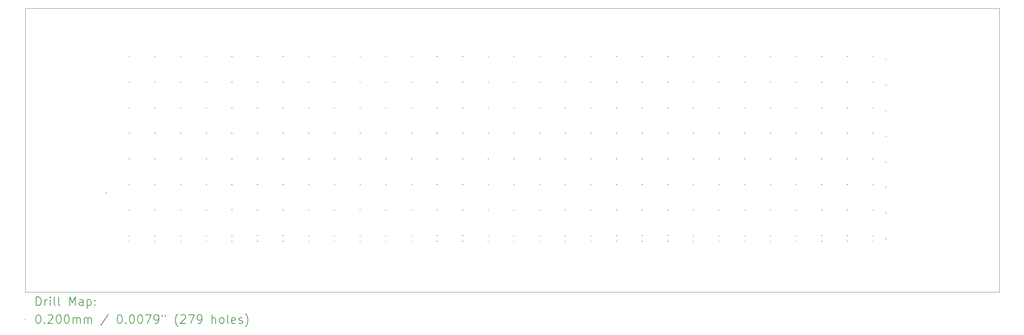
<source format=gbr>
%TF.GenerationSoftware,KiCad,Pcbnew,6.0.8+dfsg-1~bpo11+1*%
%TF.CreationDate,2023-03-24T18:51:29-04:00*%
%TF.ProjectId,06_8x15_diamond_for_trackpad,30365f38-7831-4355-9f64-69616d6f6e64,rev?*%
%TF.SameCoordinates,Original*%
%TF.FileFunction,Drillmap*%
%TF.FilePolarity,Positive*%
%FSLAX45Y45*%
G04 Gerber Fmt 4.5, Leading zero omitted, Abs format (unit mm)*
G04 Created by KiCad (PCBNEW 6.0.8+dfsg-1~bpo11+1) date 2023-03-24 18:51:29*
%MOMM*%
%LPD*%
G01*
G04 APERTURE LIST*
%ADD10C,0.100000*%
%ADD11C,0.200000*%
%ADD12C,0.020000*%
G04 APERTURE END LIST*
D10*
X4217500Y-4700000D02*
X27005000Y-4700000D01*
X27005000Y-4700000D02*
X27005000Y-11355000D01*
X27005000Y-11355000D02*
X4217500Y-11355000D01*
X4217500Y-11355000D02*
X4217500Y-4700000D01*
D11*
D12*
X6087500Y-9017500D02*
X6107500Y-9037500D01*
X6107500Y-9017500D02*
X6087500Y-9037500D01*
X6635000Y-5817500D02*
X6655000Y-5837500D01*
X6655000Y-5817500D02*
X6635000Y-5837500D01*
X6635000Y-6417500D02*
X6655000Y-6437500D01*
X6655000Y-6417500D02*
X6635000Y-6437500D01*
X6635000Y-7017500D02*
X6655000Y-7037500D01*
X6655000Y-7017500D02*
X6635000Y-7037500D01*
X6635000Y-7617500D02*
X6655000Y-7637500D01*
X6655000Y-7617500D02*
X6635000Y-7637500D01*
X6635000Y-8217500D02*
X6655000Y-8237500D01*
X6655000Y-8217500D02*
X6635000Y-8237500D01*
X6635000Y-8817500D02*
X6655000Y-8837500D01*
X6655000Y-8817500D02*
X6635000Y-8837500D01*
X6635000Y-9417500D02*
X6655000Y-9437500D01*
X6655000Y-9417500D02*
X6635000Y-9437500D01*
X6635000Y-10017500D02*
X6655000Y-10037500D01*
X6655000Y-10017500D02*
X6635000Y-10037500D01*
X6635000Y-10152500D02*
X6655000Y-10172500D01*
X6655000Y-10152500D02*
X6635000Y-10172500D01*
X7235000Y-5817500D02*
X7255000Y-5837500D01*
X7255000Y-5817500D02*
X7235000Y-5837500D01*
X7235000Y-6417500D02*
X7255000Y-6437500D01*
X7255000Y-6417500D02*
X7235000Y-6437500D01*
X7235000Y-7017500D02*
X7255000Y-7037500D01*
X7255000Y-7017500D02*
X7235000Y-7037500D01*
X7235000Y-7617500D02*
X7255000Y-7637500D01*
X7255000Y-7617500D02*
X7235000Y-7637500D01*
X7235000Y-8217500D02*
X7255000Y-8237500D01*
X7255000Y-8217500D02*
X7235000Y-8237500D01*
X7235000Y-8817500D02*
X7255000Y-8837500D01*
X7255000Y-8817500D02*
X7235000Y-8837500D01*
X7235000Y-9417500D02*
X7255000Y-9437500D01*
X7255000Y-9417500D02*
X7235000Y-9437500D01*
X7235000Y-10017500D02*
X7255000Y-10037500D01*
X7255000Y-10017500D02*
X7235000Y-10037500D01*
X7235000Y-10152500D02*
X7255000Y-10172500D01*
X7255000Y-10152500D02*
X7235000Y-10172500D01*
X7835000Y-5817500D02*
X7855000Y-5837500D01*
X7855000Y-5817500D02*
X7835000Y-5837500D01*
X7835000Y-6417500D02*
X7855000Y-6437500D01*
X7855000Y-6417500D02*
X7835000Y-6437500D01*
X7835000Y-7017500D02*
X7855000Y-7037500D01*
X7855000Y-7017500D02*
X7835000Y-7037500D01*
X7835000Y-7617500D02*
X7855000Y-7637500D01*
X7855000Y-7617500D02*
X7835000Y-7637500D01*
X7835000Y-8217500D02*
X7855000Y-8237500D01*
X7855000Y-8217500D02*
X7835000Y-8237500D01*
X7835000Y-8817500D02*
X7855000Y-8837500D01*
X7855000Y-8817500D02*
X7835000Y-8837500D01*
X7835000Y-9417500D02*
X7855000Y-9437500D01*
X7855000Y-9417500D02*
X7835000Y-9437500D01*
X7835000Y-10017500D02*
X7855000Y-10037500D01*
X7855000Y-10017500D02*
X7835000Y-10037500D01*
X7835000Y-10152500D02*
X7855000Y-10172500D01*
X7855000Y-10152500D02*
X7835000Y-10172500D01*
X8435000Y-5817500D02*
X8455000Y-5837500D01*
X8455000Y-5817500D02*
X8435000Y-5837500D01*
X8435000Y-6417500D02*
X8455000Y-6437500D01*
X8455000Y-6417500D02*
X8435000Y-6437500D01*
X8435000Y-7017500D02*
X8455000Y-7037500D01*
X8455000Y-7017500D02*
X8435000Y-7037500D01*
X8435000Y-7617500D02*
X8455000Y-7637500D01*
X8455000Y-7617500D02*
X8435000Y-7637500D01*
X8435000Y-8217500D02*
X8455000Y-8237500D01*
X8455000Y-8217500D02*
X8435000Y-8237500D01*
X8435000Y-8817500D02*
X8455000Y-8837500D01*
X8455000Y-8817500D02*
X8435000Y-8837500D01*
X8435000Y-9417500D02*
X8455000Y-9437500D01*
X8455000Y-9417500D02*
X8435000Y-9437500D01*
X8435000Y-10017500D02*
X8455000Y-10037500D01*
X8455000Y-10017500D02*
X8435000Y-10037500D01*
X8435000Y-10152500D02*
X8455000Y-10172500D01*
X8455000Y-10152500D02*
X8435000Y-10172500D01*
X9035000Y-5817500D02*
X9055000Y-5837500D01*
X9055000Y-5817500D02*
X9035000Y-5837500D01*
X9035000Y-6417500D02*
X9055000Y-6437500D01*
X9055000Y-6417500D02*
X9035000Y-6437500D01*
X9035000Y-7017500D02*
X9055000Y-7037500D01*
X9055000Y-7017500D02*
X9035000Y-7037500D01*
X9035000Y-7617500D02*
X9055000Y-7637500D01*
X9055000Y-7617500D02*
X9035000Y-7637500D01*
X9035000Y-8217500D02*
X9055000Y-8237500D01*
X9055000Y-8217500D02*
X9035000Y-8237500D01*
X9035000Y-8817500D02*
X9055000Y-8837500D01*
X9055000Y-8817500D02*
X9035000Y-8837500D01*
X9035000Y-9417500D02*
X9055000Y-9437500D01*
X9055000Y-9417500D02*
X9035000Y-9437500D01*
X9035000Y-10017500D02*
X9055000Y-10037500D01*
X9055000Y-10017500D02*
X9035000Y-10037500D01*
X9035000Y-10152500D02*
X9055000Y-10172500D01*
X9055000Y-10152500D02*
X9035000Y-10172500D01*
X9635000Y-5817500D02*
X9655000Y-5837500D01*
X9655000Y-5817500D02*
X9635000Y-5837500D01*
X9635000Y-6417500D02*
X9655000Y-6437500D01*
X9655000Y-6417500D02*
X9635000Y-6437500D01*
X9635000Y-7017500D02*
X9655000Y-7037500D01*
X9655000Y-7017500D02*
X9635000Y-7037500D01*
X9635000Y-7617500D02*
X9655000Y-7637500D01*
X9655000Y-7617500D02*
X9635000Y-7637500D01*
X9635000Y-8217500D02*
X9655000Y-8237500D01*
X9655000Y-8217500D02*
X9635000Y-8237500D01*
X9635000Y-8817500D02*
X9655000Y-8837500D01*
X9655000Y-8817500D02*
X9635000Y-8837500D01*
X9635000Y-9417500D02*
X9655000Y-9437500D01*
X9655000Y-9417500D02*
X9635000Y-9437500D01*
X9635000Y-10017500D02*
X9655000Y-10037500D01*
X9655000Y-10017500D02*
X9635000Y-10037500D01*
X9635000Y-10152500D02*
X9655000Y-10172500D01*
X9655000Y-10152500D02*
X9635000Y-10172500D01*
X10235000Y-5817500D02*
X10255000Y-5837500D01*
X10255000Y-5817500D02*
X10235000Y-5837500D01*
X10235000Y-6417500D02*
X10255000Y-6437500D01*
X10255000Y-6417500D02*
X10235000Y-6437500D01*
X10235000Y-7017500D02*
X10255000Y-7037500D01*
X10255000Y-7017500D02*
X10235000Y-7037500D01*
X10235000Y-7617500D02*
X10255000Y-7637500D01*
X10255000Y-7617500D02*
X10235000Y-7637500D01*
X10235000Y-8217500D02*
X10255000Y-8237500D01*
X10255000Y-8217500D02*
X10235000Y-8237500D01*
X10235000Y-8817500D02*
X10255000Y-8837500D01*
X10255000Y-8817500D02*
X10235000Y-8837500D01*
X10235000Y-9417500D02*
X10255000Y-9437500D01*
X10255000Y-9417500D02*
X10235000Y-9437500D01*
X10235000Y-10017500D02*
X10255000Y-10037500D01*
X10255000Y-10017500D02*
X10235000Y-10037500D01*
X10235000Y-10152500D02*
X10255000Y-10172500D01*
X10255000Y-10152500D02*
X10235000Y-10172500D01*
X10835000Y-5817500D02*
X10855000Y-5837500D01*
X10855000Y-5817500D02*
X10835000Y-5837500D01*
X10835000Y-6417500D02*
X10855000Y-6437500D01*
X10855000Y-6417500D02*
X10835000Y-6437500D01*
X10835000Y-7017500D02*
X10855000Y-7037500D01*
X10855000Y-7017500D02*
X10835000Y-7037500D01*
X10835000Y-7617500D02*
X10855000Y-7637500D01*
X10855000Y-7617500D02*
X10835000Y-7637500D01*
X10835000Y-8217500D02*
X10855000Y-8237500D01*
X10855000Y-8217500D02*
X10835000Y-8237500D01*
X10835000Y-8817500D02*
X10855000Y-8837500D01*
X10855000Y-8817500D02*
X10835000Y-8837500D01*
X10835000Y-9417500D02*
X10855000Y-9437500D01*
X10855000Y-9417500D02*
X10835000Y-9437500D01*
X10835000Y-10017500D02*
X10855000Y-10037500D01*
X10855000Y-10017500D02*
X10835000Y-10037500D01*
X10835000Y-10152500D02*
X10855000Y-10172500D01*
X10855000Y-10152500D02*
X10835000Y-10172500D01*
X11435000Y-5817500D02*
X11455000Y-5837500D01*
X11455000Y-5817500D02*
X11435000Y-5837500D01*
X11435000Y-6417500D02*
X11455000Y-6437500D01*
X11455000Y-6417500D02*
X11435000Y-6437500D01*
X11435000Y-7017500D02*
X11455000Y-7037500D01*
X11455000Y-7017500D02*
X11435000Y-7037500D01*
X11435000Y-7617500D02*
X11455000Y-7637500D01*
X11455000Y-7617500D02*
X11435000Y-7637500D01*
X11435000Y-8217500D02*
X11455000Y-8237500D01*
X11455000Y-8217500D02*
X11435000Y-8237500D01*
X11435000Y-8817500D02*
X11455000Y-8837500D01*
X11455000Y-8817500D02*
X11435000Y-8837500D01*
X11435000Y-9417500D02*
X11455000Y-9437500D01*
X11455000Y-9417500D02*
X11435000Y-9437500D01*
X11435000Y-10017500D02*
X11455000Y-10037500D01*
X11455000Y-10017500D02*
X11435000Y-10037500D01*
X11435000Y-10152500D02*
X11455000Y-10172500D01*
X11455000Y-10152500D02*
X11435000Y-10172500D01*
X12035000Y-5817500D02*
X12055000Y-5837500D01*
X12055000Y-5817500D02*
X12035000Y-5837500D01*
X12035000Y-6417500D02*
X12055000Y-6437500D01*
X12055000Y-6417500D02*
X12035000Y-6437500D01*
X12035000Y-7017500D02*
X12055000Y-7037500D01*
X12055000Y-7017500D02*
X12035000Y-7037500D01*
X12035000Y-7617500D02*
X12055000Y-7637500D01*
X12055000Y-7617500D02*
X12035000Y-7637500D01*
X12035000Y-8217500D02*
X12055000Y-8237500D01*
X12055000Y-8217500D02*
X12035000Y-8237500D01*
X12035000Y-8817500D02*
X12055000Y-8837500D01*
X12055000Y-8817500D02*
X12035000Y-8837500D01*
X12035000Y-9417500D02*
X12055000Y-9437500D01*
X12055000Y-9417500D02*
X12035000Y-9437500D01*
X12035000Y-10017500D02*
X12055000Y-10037500D01*
X12055000Y-10017500D02*
X12035000Y-10037500D01*
X12035000Y-10152500D02*
X12055000Y-10172500D01*
X12055000Y-10152500D02*
X12035000Y-10172500D01*
X12635000Y-5817500D02*
X12655000Y-5837500D01*
X12655000Y-5817500D02*
X12635000Y-5837500D01*
X12635000Y-6417500D02*
X12655000Y-6437500D01*
X12655000Y-6417500D02*
X12635000Y-6437500D01*
X12635000Y-7017500D02*
X12655000Y-7037500D01*
X12655000Y-7017500D02*
X12635000Y-7037500D01*
X12635000Y-7617500D02*
X12655000Y-7637500D01*
X12655000Y-7617500D02*
X12635000Y-7637500D01*
X12635000Y-8217500D02*
X12655000Y-8237500D01*
X12655000Y-8217500D02*
X12635000Y-8237500D01*
X12635000Y-8817500D02*
X12655000Y-8837500D01*
X12655000Y-8817500D02*
X12635000Y-8837500D01*
X12635000Y-9417500D02*
X12655000Y-9437500D01*
X12655000Y-9417500D02*
X12635000Y-9437500D01*
X12635000Y-10017500D02*
X12655000Y-10037500D01*
X12655000Y-10017500D02*
X12635000Y-10037500D01*
X12635000Y-10152500D02*
X12655000Y-10172500D01*
X12655000Y-10152500D02*
X12635000Y-10172500D01*
X13235000Y-5817500D02*
X13255000Y-5837500D01*
X13255000Y-5817500D02*
X13235000Y-5837500D01*
X13235000Y-6417500D02*
X13255000Y-6437500D01*
X13255000Y-6417500D02*
X13235000Y-6437500D01*
X13235000Y-7017500D02*
X13255000Y-7037500D01*
X13255000Y-7017500D02*
X13235000Y-7037500D01*
X13235000Y-7617500D02*
X13255000Y-7637500D01*
X13255000Y-7617500D02*
X13235000Y-7637500D01*
X13235000Y-8217500D02*
X13255000Y-8237500D01*
X13255000Y-8217500D02*
X13235000Y-8237500D01*
X13235000Y-8817500D02*
X13255000Y-8837500D01*
X13255000Y-8817500D02*
X13235000Y-8837500D01*
X13235000Y-9417500D02*
X13255000Y-9437500D01*
X13255000Y-9417500D02*
X13235000Y-9437500D01*
X13235000Y-10017500D02*
X13255000Y-10037500D01*
X13255000Y-10017500D02*
X13235000Y-10037500D01*
X13235000Y-10152500D02*
X13255000Y-10172500D01*
X13255000Y-10152500D02*
X13235000Y-10172500D01*
X13835000Y-5817500D02*
X13855000Y-5837500D01*
X13855000Y-5817500D02*
X13835000Y-5837500D01*
X13835000Y-6417500D02*
X13855000Y-6437500D01*
X13855000Y-6417500D02*
X13835000Y-6437500D01*
X13835000Y-7017500D02*
X13855000Y-7037500D01*
X13855000Y-7017500D02*
X13835000Y-7037500D01*
X13835000Y-7617500D02*
X13855000Y-7637500D01*
X13855000Y-7617500D02*
X13835000Y-7637500D01*
X13835000Y-8217500D02*
X13855000Y-8237500D01*
X13855000Y-8217500D02*
X13835000Y-8237500D01*
X13835000Y-8817500D02*
X13855000Y-8837500D01*
X13855000Y-8817500D02*
X13835000Y-8837500D01*
X13835000Y-9417500D02*
X13855000Y-9437500D01*
X13855000Y-9417500D02*
X13835000Y-9437500D01*
X13835000Y-10017500D02*
X13855000Y-10037500D01*
X13855000Y-10017500D02*
X13835000Y-10037500D01*
X13835000Y-10152500D02*
X13855000Y-10172500D01*
X13855000Y-10152500D02*
X13835000Y-10172500D01*
X14435000Y-5817500D02*
X14455000Y-5837500D01*
X14455000Y-5817500D02*
X14435000Y-5837500D01*
X14435000Y-6417500D02*
X14455000Y-6437500D01*
X14455000Y-6417500D02*
X14435000Y-6437500D01*
X14435000Y-7017500D02*
X14455000Y-7037500D01*
X14455000Y-7017500D02*
X14435000Y-7037500D01*
X14435000Y-7617500D02*
X14455000Y-7637500D01*
X14455000Y-7617500D02*
X14435000Y-7637500D01*
X14435000Y-8217500D02*
X14455000Y-8237500D01*
X14455000Y-8217500D02*
X14435000Y-8237500D01*
X14435000Y-8817500D02*
X14455000Y-8837500D01*
X14455000Y-8817500D02*
X14435000Y-8837500D01*
X14435000Y-9417500D02*
X14455000Y-9437500D01*
X14455000Y-9417500D02*
X14435000Y-9437500D01*
X14435000Y-10017500D02*
X14455000Y-10037500D01*
X14455000Y-10017500D02*
X14435000Y-10037500D01*
X14435000Y-10152500D02*
X14455000Y-10172500D01*
X14455000Y-10152500D02*
X14435000Y-10172500D01*
X15035000Y-5817500D02*
X15055000Y-5837500D01*
X15055000Y-5817500D02*
X15035000Y-5837500D01*
X15035000Y-6417500D02*
X15055000Y-6437500D01*
X15055000Y-6417500D02*
X15035000Y-6437500D01*
X15035000Y-7017500D02*
X15055000Y-7037500D01*
X15055000Y-7017500D02*
X15035000Y-7037500D01*
X15035000Y-7617500D02*
X15055000Y-7637500D01*
X15055000Y-7617500D02*
X15035000Y-7637500D01*
X15035000Y-8217500D02*
X15055000Y-8237500D01*
X15055000Y-8217500D02*
X15035000Y-8237500D01*
X15035000Y-8817500D02*
X15055000Y-8837500D01*
X15055000Y-8817500D02*
X15035000Y-8837500D01*
X15035000Y-9417500D02*
X15055000Y-9437500D01*
X15055000Y-9417500D02*
X15035000Y-9437500D01*
X15035000Y-10017500D02*
X15055000Y-10037500D01*
X15055000Y-10017500D02*
X15035000Y-10037500D01*
X15035000Y-10152500D02*
X15055000Y-10172500D01*
X15055000Y-10152500D02*
X15035000Y-10172500D01*
X15635000Y-5817500D02*
X15655000Y-5837500D01*
X15655000Y-5817500D02*
X15635000Y-5837500D01*
X15635000Y-6417500D02*
X15655000Y-6437500D01*
X15655000Y-6417500D02*
X15635000Y-6437500D01*
X15635000Y-7017500D02*
X15655000Y-7037500D01*
X15655000Y-7017500D02*
X15635000Y-7037500D01*
X15635000Y-7617500D02*
X15655000Y-7637500D01*
X15655000Y-7617500D02*
X15635000Y-7637500D01*
X15635000Y-8217500D02*
X15655000Y-8237500D01*
X15655000Y-8217500D02*
X15635000Y-8237500D01*
X15635000Y-8817500D02*
X15655000Y-8837500D01*
X15655000Y-8817500D02*
X15635000Y-8837500D01*
X15635000Y-9417500D02*
X15655000Y-9437500D01*
X15655000Y-9417500D02*
X15635000Y-9437500D01*
X15635000Y-10017500D02*
X15655000Y-10037500D01*
X15655000Y-10017500D02*
X15635000Y-10037500D01*
X15635000Y-10152500D02*
X15655000Y-10172500D01*
X15655000Y-10152500D02*
X15635000Y-10172500D01*
X16235000Y-5817500D02*
X16255000Y-5837500D01*
X16255000Y-5817500D02*
X16235000Y-5837500D01*
X16235000Y-6417500D02*
X16255000Y-6437500D01*
X16255000Y-6417500D02*
X16235000Y-6437500D01*
X16235000Y-7017500D02*
X16255000Y-7037500D01*
X16255000Y-7017500D02*
X16235000Y-7037500D01*
X16235000Y-7617500D02*
X16255000Y-7637500D01*
X16255000Y-7617500D02*
X16235000Y-7637500D01*
X16235000Y-8217500D02*
X16255000Y-8237500D01*
X16255000Y-8217500D02*
X16235000Y-8237500D01*
X16235000Y-8817500D02*
X16255000Y-8837500D01*
X16255000Y-8817500D02*
X16235000Y-8837500D01*
X16235000Y-9417500D02*
X16255000Y-9437500D01*
X16255000Y-9417500D02*
X16235000Y-9437500D01*
X16235000Y-10017500D02*
X16255000Y-10037500D01*
X16255000Y-10017500D02*
X16235000Y-10037500D01*
X16235000Y-10152500D02*
X16255000Y-10172500D01*
X16255000Y-10152500D02*
X16235000Y-10172500D01*
X16835000Y-5817500D02*
X16855000Y-5837500D01*
X16855000Y-5817500D02*
X16835000Y-5837500D01*
X16835000Y-6417500D02*
X16855000Y-6437500D01*
X16855000Y-6417500D02*
X16835000Y-6437500D01*
X16835000Y-7017500D02*
X16855000Y-7037500D01*
X16855000Y-7017500D02*
X16835000Y-7037500D01*
X16835000Y-7617500D02*
X16855000Y-7637500D01*
X16855000Y-7617500D02*
X16835000Y-7637500D01*
X16835000Y-8217500D02*
X16855000Y-8237500D01*
X16855000Y-8217500D02*
X16835000Y-8237500D01*
X16835000Y-8817500D02*
X16855000Y-8837500D01*
X16855000Y-8817500D02*
X16835000Y-8837500D01*
X16835000Y-9417500D02*
X16855000Y-9437500D01*
X16855000Y-9417500D02*
X16835000Y-9437500D01*
X16835000Y-10017500D02*
X16855000Y-10037500D01*
X16855000Y-10017500D02*
X16835000Y-10037500D01*
X16835000Y-10152500D02*
X16855000Y-10172500D01*
X16855000Y-10152500D02*
X16835000Y-10172500D01*
X17435000Y-5817500D02*
X17455000Y-5837500D01*
X17455000Y-5817500D02*
X17435000Y-5837500D01*
X17435000Y-6417500D02*
X17455000Y-6437500D01*
X17455000Y-6417500D02*
X17435000Y-6437500D01*
X17435000Y-7017500D02*
X17455000Y-7037500D01*
X17455000Y-7017500D02*
X17435000Y-7037500D01*
X17435000Y-7617500D02*
X17455000Y-7637500D01*
X17455000Y-7617500D02*
X17435000Y-7637500D01*
X17435000Y-8217500D02*
X17455000Y-8237500D01*
X17455000Y-8217500D02*
X17435000Y-8237500D01*
X17435000Y-8817500D02*
X17455000Y-8837500D01*
X17455000Y-8817500D02*
X17435000Y-8837500D01*
X17435000Y-9417500D02*
X17455000Y-9437500D01*
X17455000Y-9417500D02*
X17435000Y-9437500D01*
X17435000Y-10017500D02*
X17455000Y-10037500D01*
X17455000Y-10017500D02*
X17435000Y-10037500D01*
X17435000Y-10152500D02*
X17455000Y-10172500D01*
X17455000Y-10152500D02*
X17435000Y-10172500D01*
X18035000Y-5817500D02*
X18055000Y-5837500D01*
X18055000Y-5817500D02*
X18035000Y-5837500D01*
X18035000Y-6417500D02*
X18055000Y-6437500D01*
X18055000Y-6417500D02*
X18035000Y-6437500D01*
X18035000Y-7017500D02*
X18055000Y-7037500D01*
X18055000Y-7017500D02*
X18035000Y-7037500D01*
X18035000Y-7617500D02*
X18055000Y-7637500D01*
X18055000Y-7617500D02*
X18035000Y-7637500D01*
X18035000Y-8217500D02*
X18055000Y-8237500D01*
X18055000Y-8217500D02*
X18035000Y-8237500D01*
X18035000Y-8817500D02*
X18055000Y-8837500D01*
X18055000Y-8817500D02*
X18035000Y-8837500D01*
X18035000Y-9417500D02*
X18055000Y-9437500D01*
X18055000Y-9417500D02*
X18035000Y-9437500D01*
X18035000Y-10017500D02*
X18055000Y-10037500D01*
X18055000Y-10017500D02*
X18035000Y-10037500D01*
X18035000Y-10152500D02*
X18055000Y-10172500D01*
X18055000Y-10152500D02*
X18035000Y-10172500D01*
X18635000Y-5817500D02*
X18655000Y-5837500D01*
X18655000Y-5817500D02*
X18635000Y-5837500D01*
X18635000Y-6417500D02*
X18655000Y-6437500D01*
X18655000Y-6417500D02*
X18635000Y-6437500D01*
X18635000Y-7017500D02*
X18655000Y-7037500D01*
X18655000Y-7017500D02*
X18635000Y-7037500D01*
X18635000Y-7617500D02*
X18655000Y-7637500D01*
X18655000Y-7617500D02*
X18635000Y-7637500D01*
X18635000Y-8217500D02*
X18655000Y-8237500D01*
X18655000Y-8217500D02*
X18635000Y-8237500D01*
X18635000Y-8817500D02*
X18655000Y-8837500D01*
X18655000Y-8817500D02*
X18635000Y-8837500D01*
X18635000Y-9417500D02*
X18655000Y-9437500D01*
X18655000Y-9417500D02*
X18635000Y-9437500D01*
X18635000Y-10017500D02*
X18655000Y-10037500D01*
X18655000Y-10017500D02*
X18635000Y-10037500D01*
X18635000Y-10152500D02*
X18655000Y-10172500D01*
X18655000Y-10152500D02*
X18635000Y-10172500D01*
X19235000Y-5817500D02*
X19255000Y-5837500D01*
X19255000Y-5817500D02*
X19235000Y-5837500D01*
X19235000Y-6417500D02*
X19255000Y-6437500D01*
X19255000Y-6417500D02*
X19235000Y-6437500D01*
X19235000Y-7017500D02*
X19255000Y-7037500D01*
X19255000Y-7017500D02*
X19235000Y-7037500D01*
X19235000Y-7617500D02*
X19255000Y-7637500D01*
X19255000Y-7617500D02*
X19235000Y-7637500D01*
X19235000Y-8217500D02*
X19255000Y-8237500D01*
X19255000Y-8217500D02*
X19235000Y-8237500D01*
X19235000Y-8817500D02*
X19255000Y-8837500D01*
X19255000Y-8817500D02*
X19235000Y-8837500D01*
X19235000Y-9417500D02*
X19255000Y-9437500D01*
X19255000Y-9417500D02*
X19235000Y-9437500D01*
X19235000Y-10017500D02*
X19255000Y-10037500D01*
X19255000Y-10017500D02*
X19235000Y-10037500D01*
X19235000Y-10152500D02*
X19255000Y-10172500D01*
X19255000Y-10152500D02*
X19235000Y-10172500D01*
X19835000Y-5817500D02*
X19855000Y-5837500D01*
X19855000Y-5817500D02*
X19835000Y-5837500D01*
X19835000Y-6417500D02*
X19855000Y-6437500D01*
X19855000Y-6417500D02*
X19835000Y-6437500D01*
X19835000Y-7017500D02*
X19855000Y-7037500D01*
X19855000Y-7017500D02*
X19835000Y-7037500D01*
X19835000Y-7617500D02*
X19855000Y-7637500D01*
X19855000Y-7617500D02*
X19835000Y-7637500D01*
X19835000Y-8217500D02*
X19855000Y-8237500D01*
X19855000Y-8217500D02*
X19835000Y-8237500D01*
X19835000Y-8817500D02*
X19855000Y-8837500D01*
X19855000Y-8817500D02*
X19835000Y-8837500D01*
X19835000Y-9417500D02*
X19855000Y-9437500D01*
X19855000Y-9417500D02*
X19835000Y-9437500D01*
X19835000Y-10017500D02*
X19855000Y-10037500D01*
X19855000Y-10017500D02*
X19835000Y-10037500D01*
X19835000Y-10152500D02*
X19855000Y-10172500D01*
X19855000Y-10152500D02*
X19835000Y-10172500D01*
X20435000Y-5817500D02*
X20455000Y-5837500D01*
X20455000Y-5817500D02*
X20435000Y-5837500D01*
X20435000Y-6417500D02*
X20455000Y-6437500D01*
X20455000Y-6417500D02*
X20435000Y-6437500D01*
X20435000Y-7017500D02*
X20455000Y-7037500D01*
X20455000Y-7017500D02*
X20435000Y-7037500D01*
X20435000Y-7617500D02*
X20455000Y-7637500D01*
X20455000Y-7617500D02*
X20435000Y-7637500D01*
X20435000Y-8217500D02*
X20455000Y-8237500D01*
X20455000Y-8217500D02*
X20435000Y-8237500D01*
X20435000Y-8817500D02*
X20455000Y-8837500D01*
X20455000Y-8817500D02*
X20435000Y-8837500D01*
X20435000Y-9417500D02*
X20455000Y-9437500D01*
X20455000Y-9417500D02*
X20435000Y-9437500D01*
X20435000Y-10017500D02*
X20455000Y-10037500D01*
X20455000Y-10017500D02*
X20435000Y-10037500D01*
X20435000Y-10152500D02*
X20455000Y-10172500D01*
X20455000Y-10152500D02*
X20435000Y-10172500D01*
X21035000Y-5817500D02*
X21055000Y-5837500D01*
X21055000Y-5817500D02*
X21035000Y-5837500D01*
X21035000Y-6417500D02*
X21055000Y-6437500D01*
X21055000Y-6417500D02*
X21035000Y-6437500D01*
X21035000Y-7017500D02*
X21055000Y-7037500D01*
X21055000Y-7017500D02*
X21035000Y-7037500D01*
X21035000Y-7617500D02*
X21055000Y-7637500D01*
X21055000Y-7617500D02*
X21035000Y-7637500D01*
X21035000Y-8217500D02*
X21055000Y-8237500D01*
X21055000Y-8217500D02*
X21035000Y-8237500D01*
X21035000Y-8817500D02*
X21055000Y-8837500D01*
X21055000Y-8817500D02*
X21035000Y-8837500D01*
X21035000Y-9417500D02*
X21055000Y-9437500D01*
X21055000Y-9417500D02*
X21035000Y-9437500D01*
X21035000Y-10017500D02*
X21055000Y-10037500D01*
X21055000Y-10017500D02*
X21035000Y-10037500D01*
X21035000Y-10152500D02*
X21055000Y-10172500D01*
X21055000Y-10152500D02*
X21035000Y-10172500D01*
X21635000Y-5817500D02*
X21655000Y-5837500D01*
X21655000Y-5817500D02*
X21635000Y-5837500D01*
X21635000Y-6417500D02*
X21655000Y-6437500D01*
X21655000Y-6417500D02*
X21635000Y-6437500D01*
X21635000Y-7017500D02*
X21655000Y-7037500D01*
X21655000Y-7017500D02*
X21635000Y-7037500D01*
X21635000Y-7617500D02*
X21655000Y-7637500D01*
X21655000Y-7617500D02*
X21635000Y-7637500D01*
X21635000Y-8217500D02*
X21655000Y-8237500D01*
X21655000Y-8217500D02*
X21635000Y-8237500D01*
X21635000Y-8817500D02*
X21655000Y-8837500D01*
X21655000Y-8817500D02*
X21635000Y-8837500D01*
X21635000Y-9417500D02*
X21655000Y-9437500D01*
X21655000Y-9417500D02*
X21635000Y-9437500D01*
X21635000Y-10017500D02*
X21655000Y-10037500D01*
X21655000Y-10017500D02*
X21635000Y-10037500D01*
X21635000Y-10152500D02*
X21655000Y-10172500D01*
X21655000Y-10152500D02*
X21635000Y-10172500D01*
X22235000Y-5817500D02*
X22255000Y-5837500D01*
X22255000Y-5817500D02*
X22235000Y-5837500D01*
X22235000Y-6417500D02*
X22255000Y-6437500D01*
X22255000Y-6417500D02*
X22235000Y-6437500D01*
X22235000Y-7017500D02*
X22255000Y-7037500D01*
X22255000Y-7017500D02*
X22235000Y-7037500D01*
X22235000Y-7617500D02*
X22255000Y-7637500D01*
X22255000Y-7617500D02*
X22235000Y-7637500D01*
X22235000Y-8217500D02*
X22255000Y-8237500D01*
X22255000Y-8217500D02*
X22235000Y-8237500D01*
X22235000Y-8817500D02*
X22255000Y-8837500D01*
X22255000Y-8817500D02*
X22235000Y-8837500D01*
X22235000Y-9417500D02*
X22255000Y-9437500D01*
X22255000Y-9417500D02*
X22235000Y-9437500D01*
X22235000Y-10017500D02*
X22255000Y-10037500D01*
X22255000Y-10017500D02*
X22235000Y-10037500D01*
X22235000Y-10152500D02*
X22255000Y-10172500D01*
X22255000Y-10152500D02*
X22235000Y-10172500D01*
X22835000Y-5817500D02*
X22855000Y-5837500D01*
X22855000Y-5817500D02*
X22835000Y-5837500D01*
X22835000Y-6417500D02*
X22855000Y-6437500D01*
X22855000Y-6417500D02*
X22835000Y-6437500D01*
X22835000Y-7017500D02*
X22855000Y-7037500D01*
X22855000Y-7017500D02*
X22835000Y-7037500D01*
X22835000Y-7617500D02*
X22855000Y-7637500D01*
X22855000Y-7617500D02*
X22835000Y-7637500D01*
X22835000Y-8217500D02*
X22855000Y-8237500D01*
X22855000Y-8217500D02*
X22835000Y-8237500D01*
X22835000Y-8817500D02*
X22855000Y-8837500D01*
X22855000Y-8817500D02*
X22835000Y-8837500D01*
X22835000Y-9417500D02*
X22855000Y-9437500D01*
X22855000Y-9417500D02*
X22835000Y-9437500D01*
X22835000Y-10017500D02*
X22855000Y-10037500D01*
X22855000Y-10017500D02*
X22835000Y-10037500D01*
X22835000Y-10152500D02*
X22855000Y-10172500D01*
X22855000Y-10152500D02*
X22835000Y-10172500D01*
X23435000Y-5817500D02*
X23455000Y-5837500D01*
X23455000Y-5817500D02*
X23435000Y-5837500D01*
X23435000Y-6417500D02*
X23455000Y-6437500D01*
X23455000Y-6417500D02*
X23435000Y-6437500D01*
X23435000Y-7017500D02*
X23455000Y-7037500D01*
X23455000Y-7017500D02*
X23435000Y-7037500D01*
X23435000Y-7617500D02*
X23455000Y-7637500D01*
X23455000Y-7617500D02*
X23435000Y-7637500D01*
X23435000Y-8217500D02*
X23455000Y-8237500D01*
X23455000Y-8217500D02*
X23435000Y-8237500D01*
X23435000Y-8817500D02*
X23455000Y-8837500D01*
X23455000Y-8817500D02*
X23435000Y-8837500D01*
X23435000Y-9417500D02*
X23455000Y-9437500D01*
X23455000Y-9417500D02*
X23435000Y-9437500D01*
X23435000Y-10017500D02*
X23455000Y-10037500D01*
X23455000Y-10017500D02*
X23435000Y-10037500D01*
X23435000Y-10152500D02*
X23455000Y-10172500D01*
X23455000Y-10152500D02*
X23435000Y-10172500D01*
X24035000Y-5817500D02*
X24055000Y-5837500D01*
X24055000Y-5817500D02*
X24035000Y-5837500D01*
X24035000Y-6417500D02*
X24055000Y-6437500D01*
X24055000Y-6417500D02*
X24035000Y-6437500D01*
X24035000Y-7017500D02*
X24055000Y-7037500D01*
X24055000Y-7017500D02*
X24035000Y-7037500D01*
X24035000Y-7617500D02*
X24055000Y-7637500D01*
X24055000Y-7617500D02*
X24035000Y-7637500D01*
X24035000Y-8217500D02*
X24055000Y-8237500D01*
X24055000Y-8217500D02*
X24035000Y-8237500D01*
X24035000Y-8817500D02*
X24055000Y-8837500D01*
X24055000Y-8817500D02*
X24035000Y-8837500D01*
X24035000Y-9417500D02*
X24055000Y-9437500D01*
X24055000Y-9417500D02*
X24035000Y-9437500D01*
X24035000Y-10017500D02*
X24055000Y-10037500D01*
X24055000Y-10017500D02*
X24035000Y-10037500D01*
X24035000Y-10152500D02*
X24055000Y-10172500D01*
X24055000Y-10152500D02*
X24035000Y-10172500D01*
X24340000Y-5887500D02*
X24360000Y-5907500D01*
X24360000Y-5887500D02*
X24340000Y-5907500D01*
X24340000Y-6487500D02*
X24360000Y-6507500D01*
X24360000Y-6487500D02*
X24340000Y-6507500D01*
X24340000Y-7087500D02*
X24360000Y-7107500D01*
X24360000Y-7087500D02*
X24340000Y-7107500D01*
X24340000Y-7687500D02*
X24360000Y-7707500D01*
X24360000Y-7687500D02*
X24340000Y-7707500D01*
X24340000Y-8287500D02*
X24360000Y-8307500D01*
X24360000Y-8287500D02*
X24340000Y-8307500D01*
X24340000Y-8887500D02*
X24360000Y-8907500D01*
X24360000Y-8887500D02*
X24340000Y-8907500D01*
X24340000Y-9487500D02*
X24360000Y-9507500D01*
X24360000Y-9487500D02*
X24340000Y-9507500D01*
X24340000Y-10087500D02*
X24360000Y-10107500D01*
X24360000Y-10087500D02*
X24340000Y-10107500D01*
D11*
X4470119Y-11670476D02*
X4470119Y-11470476D01*
X4517738Y-11470476D01*
X4546310Y-11480000D01*
X4565357Y-11499048D01*
X4574881Y-11518095D01*
X4584405Y-11556190D01*
X4584405Y-11584762D01*
X4574881Y-11622857D01*
X4565357Y-11641905D01*
X4546310Y-11660952D01*
X4517738Y-11670476D01*
X4470119Y-11670476D01*
X4670119Y-11670476D02*
X4670119Y-11537143D01*
X4670119Y-11575238D02*
X4679643Y-11556190D01*
X4689167Y-11546667D01*
X4708214Y-11537143D01*
X4727262Y-11537143D01*
X4793929Y-11670476D02*
X4793929Y-11537143D01*
X4793929Y-11470476D02*
X4784405Y-11480000D01*
X4793929Y-11489524D01*
X4803452Y-11480000D01*
X4793929Y-11470476D01*
X4793929Y-11489524D01*
X4917738Y-11670476D02*
X4898690Y-11660952D01*
X4889167Y-11641905D01*
X4889167Y-11470476D01*
X5022500Y-11670476D02*
X5003452Y-11660952D01*
X4993929Y-11641905D01*
X4993929Y-11470476D01*
X5251071Y-11670476D02*
X5251071Y-11470476D01*
X5317738Y-11613333D01*
X5384405Y-11470476D01*
X5384405Y-11670476D01*
X5565357Y-11670476D02*
X5565357Y-11565714D01*
X5555833Y-11546667D01*
X5536786Y-11537143D01*
X5498690Y-11537143D01*
X5479643Y-11546667D01*
X5565357Y-11660952D02*
X5546310Y-11670476D01*
X5498690Y-11670476D01*
X5479643Y-11660952D01*
X5470119Y-11641905D01*
X5470119Y-11622857D01*
X5479643Y-11603809D01*
X5498690Y-11594286D01*
X5546310Y-11594286D01*
X5565357Y-11584762D01*
X5660595Y-11537143D02*
X5660595Y-11737143D01*
X5660595Y-11546667D02*
X5679643Y-11537143D01*
X5717738Y-11537143D01*
X5736786Y-11546667D01*
X5746309Y-11556190D01*
X5755833Y-11575238D01*
X5755833Y-11632381D01*
X5746309Y-11651428D01*
X5736786Y-11660952D01*
X5717738Y-11670476D01*
X5679643Y-11670476D01*
X5660595Y-11660952D01*
X5841548Y-11651428D02*
X5851071Y-11660952D01*
X5841548Y-11670476D01*
X5832024Y-11660952D01*
X5841548Y-11651428D01*
X5841548Y-11670476D01*
X5841548Y-11546667D02*
X5851071Y-11556190D01*
X5841548Y-11565714D01*
X5832024Y-11556190D01*
X5841548Y-11546667D01*
X5841548Y-11565714D01*
D12*
X4192500Y-11990000D02*
X4212500Y-12010000D01*
X4212500Y-11990000D02*
X4192500Y-12010000D01*
D11*
X4508214Y-11890476D02*
X4527262Y-11890476D01*
X4546310Y-11900000D01*
X4555833Y-11909524D01*
X4565357Y-11928571D01*
X4574881Y-11966667D01*
X4574881Y-12014286D01*
X4565357Y-12052381D01*
X4555833Y-12071428D01*
X4546310Y-12080952D01*
X4527262Y-12090476D01*
X4508214Y-12090476D01*
X4489167Y-12080952D01*
X4479643Y-12071428D01*
X4470119Y-12052381D01*
X4460595Y-12014286D01*
X4460595Y-11966667D01*
X4470119Y-11928571D01*
X4479643Y-11909524D01*
X4489167Y-11900000D01*
X4508214Y-11890476D01*
X4660595Y-12071428D02*
X4670119Y-12080952D01*
X4660595Y-12090476D01*
X4651071Y-12080952D01*
X4660595Y-12071428D01*
X4660595Y-12090476D01*
X4746310Y-11909524D02*
X4755833Y-11900000D01*
X4774881Y-11890476D01*
X4822500Y-11890476D01*
X4841548Y-11900000D01*
X4851071Y-11909524D01*
X4860595Y-11928571D01*
X4860595Y-11947619D01*
X4851071Y-11976190D01*
X4736786Y-12090476D01*
X4860595Y-12090476D01*
X4984405Y-11890476D02*
X5003452Y-11890476D01*
X5022500Y-11900000D01*
X5032024Y-11909524D01*
X5041548Y-11928571D01*
X5051071Y-11966667D01*
X5051071Y-12014286D01*
X5041548Y-12052381D01*
X5032024Y-12071428D01*
X5022500Y-12080952D01*
X5003452Y-12090476D01*
X4984405Y-12090476D01*
X4965357Y-12080952D01*
X4955833Y-12071428D01*
X4946310Y-12052381D01*
X4936786Y-12014286D01*
X4936786Y-11966667D01*
X4946310Y-11928571D01*
X4955833Y-11909524D01*
X4965357Y-11900000D01*
X4984405Y-11890476D01*
X5174881Y-11890476D02*
X5193929Y-11890476D01*
X5212976Y-11900000D01*
X5222500Y-11909524D01*
X5232024Y-11928571D01*
X5241548Y-11966667D01*
X5241548Y-12014286D01*
X5232024Y-12052381D01*
X5222500Y-12071428D01*
X5212976Y-12080952D01*
X5193929Y-12090476D01*
X5174881Y-12090476D01*
X5155833Y-12080952D01*
X5146310Y-12071428D01*
X5136786Y-12052381D01*
X5127262Y-12014286D01*
X5127262Y-11966667D01*
X5136786Y-11928571D01*
X5146310Y-11909524D01*
X5155833Y-11900000D01*
X5174881Y-11890476D01*
X5327262Y-12090476D02*
X5327262Y-11957143D01*
X5327262Y-11976190D02*
X5336786Y-11966667D01*
X5355833Y-11957143D01*
X5384405Y-11957143D01*
X5403452Y-11966667D01*
X5412976Y-11985714D01*
X5412976Y-12090476D01*
X5412976Y-11985714D02*
X5422500Y-11966667D01*
X5441548Y-11957143D01*
X5470119Y-11957143D01*
X5489167Y-11966667D01*
X5498690Y-11985714D01*
X5498690Y-12090476D01*
X5593928Y-12090476D02*
X5593928Y-11957143D01*
X5593928Y-11976190D02*
X5603452Y-11966667D01*
X5622500Y-11957143D01*
X5651071Y-11957143D01*
X5670119Y-11966667D01*
X5679643Y-11985714D01*
X5679643Y-12090476D01*
X5679643Y-11985714D02*
X5689167Y-11966667D01*
X5708214Y-11957143D01*
X5736786Y-11957143D01*
X5755833Y-11966667D01*
X5765357Y-11985714D01*
X5765357Y-12090476D01*
X6155833Y-11880952D02*
X5984405Y-12138095D01*
X6412976Y-11890476D02*
X6432024Y-11890476D01*
X6451071Y-11900000D01*
X6460595Y-11909524D01*
X6470119Y-11928571D01*
X6479643Y-11966667D01*
X6479643Y-12014286D01*
X6470119Y-12052381D01*
X6460595Y-12071428D01*
X6451071Y-12080952D01*
X6432024Y-12090476D01*
X6412976Y-12090476D01*
X6393928Y-12080952D01*
X6384405Y-12071428D01*
X6374881Y-12052381D01*
X6365357Y-12014286D01*
X6365357Y-11966667D01*
X6374881Y-11928571D01*
X6384405Y-11909524D01*
X6393928Y-11900000D01*
X6412976Y-11890476D01*
X6565357Y-12071428D02*
X6574881Y-12080952D01*
X6565357Y-12090476D01*
X6555833Y-12080952D01*
X6565357Y-12071428D01*
X6565357Y-12090476D01*
X6698690Y-11890476D02*
X6717738Y-11890476D01*
X6736786Y-11900000D01*
X6746309Y-11909524D01*
X6755833Y-11928571D01*
X6765357Y-11966667D01*
X6765357Y-12014286D01*
X6755833Y-12052381D01*
X6746309Y-12071428D01*
X6736786Y-12080952D01*
X6717738Y-12090476D01*
X6698690Y-12090476D01*
X6679643Y-12080952D01*
X6670119Y-12071428D01*
X6660595Y-12052381D01*
X6651071Y-12014286D01*
X6651071Y-11966667D01*
X6660595Y-11928571D01*
X6670119Y-11909524D01*
X6679643Y-11900000D01*
X6698690Y-11890476D01*
X6889167Y-11890476D02*
X6908214Y-11890476D01*
X6927262Y-11900000D01*
X6936786Y-11909524D01*
X6946309Y-11928571D01*
X6955833Y-11966667D01*
X6955833Y-12014286D01*
X6946309Y-12052381D01*
X6936786Y-12071428D01*
X6927262Y-12080952D01*
X6908214Y-12090476D01*
X6889167Y-12090476D01*
X6870119Y-12080952D01*
X6860595Y-12071428D01*
X6851071Y-12052381D01*
X6841548Y-12014286D01*
X6841548Y-11966667D01*
X6851071Y-11928571D01*
X6860595Y-11909524D01*
X6870119Y-11900000D01*
X6889167Y-11890476D01*
X7022500Y-11890476D02*
X7155833Y-11890476D01*
X7070119Y-12090476D01*
X7241548Y-12090476D02*
X7279643Y-12090476D01*
X7298690Y-12080952D01*
X7308214Y-12071428D01*
X7327262Y-12042857D01*
X7336786Y-12004762D01*
X7336786Y-11928571D01*
X7327262Y-11909524D01*
X7317738Y-11900000D01*
X7298690Y-11890476D01*
X7260595Y-11890476D01*
X7241548Y-11900000D01*
X7232024Y-11909524D01*
X7222500Y-11928571D01*
X7222500Y-11976190D01*
X7232024Y-11995238D01*
X7241548Y-12004762D01*
X7260595Y-12014286D01*
X7298690Y-12014286D01*
X7317738Y-12004762D01*
X7327262Y-11995238D01*
X7336786Y-11976190D01*
X7412976Y-11890476D02*
X7412976Y-11928571D01*
X7489167Y-11890476D02*
X7489167Y-11928571D01*
X7784405Y-12166667D02*
X7774881Y-12157143D01*
X7755833Y-12128571D01*
X7746309Y-12109524D01*
X7736786Y-12080952D01*
X7727262Y-12033333D01*
X7727262Y-11995238D01*
X7736786Y-11947619D01*
X7746309Y-11919048D01*
X7755833Y-11900000D01*
X7774881Y-11871428D01*
X7784405Y-11861905D01*
X7851071Y-11909524D02*
X7860595Y-11900000D01*
X7879643Y-11890476D01*
X7927262Y-11890476D01*
X7946309Y-11900000D01*
X7955833Y-11909524D01*
X7965357Y-11928571D01*
X7965357Y-11947619D01*
X7955833Y-11976190D01*
X7841548Y-12090476D01*
X7965357Y-12090476D01*
X8032024Y-11890476D02*
X8165357Y-11890476D01*
X8079643Y-12090476D01*
X8251071Y-12090476D02*
X8289167Y-12090476D01*
X8308214Y-12080952D01*
X8317738Y-12071428D01*
X8336786Y-12042857D01*
X8346309Y-12004762D01*
X8346309Y-11928571D01*
X8336786Y-11909524D01*
X8327262Y-11900000D01*
X8308214Y-11890476D01*
X8270119Y-11890476D01*
X8251071Y-11900000D01*
X8241548Y-11909524D01*
X8232024Y-11928571D01*
X8232024Y-11976190D01*
X8241548Y-11995238D01*
X8251071Y-12004762D01*
X8270119Y-12014286D01*
X8308214Y-12014286D01*
X8327262Y-12004762D01*
X8336786Y-11995238D01*
X8346309Y-11976190D01*
X8584405Y-12090476D02*
X8584405Y-11890476D01*
X8670119Y-12090476D02*
X8670119Y-11985714D01*
X8660595Y-11966667D01*
X8641548Y-11957143D01*
X8612976Y-11957143D01*
X8593929Y-11966667D01*
X8584405Y-11976190D01*
X8793929Y-12090476D02*
X8774881Y-12080952D01*
X8765357Y-12071428D01*
X8755833Y-12052381D01*
X8755833Y-11995238D01*
X8765357Y-11976190D01*
X8774881Y-11966667D01*
X8793929Y-11957143D01*
X8822500Y-11957143D01*
X8841548Y-11966667D01*
X8851071Y-11976190D01*
X8860595Y-11995238D01*
X8860595Y-12052381D01*
X8851071Y-12071428D01*
X8841548Y-12080952D01*
X8822500Y-12090476D01*
X8793929Y-12090476D01*
X8974881Y-12090476D02*
X8955833Y-12080952D01*
X8946310Y-12061905D01*
X8946310Y-11890476D01*
X9127262Y-12080952D02*
X9108214Y-12090476D01*
X9070119Y-12090476D01*
X9051071Y-12080952D01*
X9041548Y-12061905D01*
X9041548Y-11985714D01*
X9051071Y-11966667D01*
X9070119Y-11957143D01*
X9108214Y-11957143D01*
X9127262Y-11966667D01*
X9136786Y-11985714D01*
X9136786Y-12004762D01*
X9041548Y-12023809D01*
X9212976Y-12080952D02*
X9232024Y-12090476D01*
X9270119Y-12090476D01*
X9289167Y-12080952D01*
X9298690Y-12061905D01*
X9298690Y-12052381D01*
X9289167Y-12033333D01*
X9270119Y-12023809D01*
X9241548Y-12023809D01*
X9222500Y-12014286D01*
X9212976Y-11995238D01*
X9212976Y-11985714D01*
X9222500Y-11966667D01*
X9241548Y-11957143D01*
X9270119Y-11957143D01*
X9289167Y-11966667D01*
X9365357Y-12166667D02*
X9374881Y-12157143D01*
X9393929Y-12128571D01*
X9403452Y-12109524D01*
X9412976Y-12080952D01*
X9422500Y-12033333D01*
X9422500Y-11995238D01*
X9412976Y-11947619D01*
X9403452Y-11919048D01*
X9393929Y-11900000D01*
X9374881Y-11871428D01*
X9365357Y-11861905D01*
M02*

</source>
